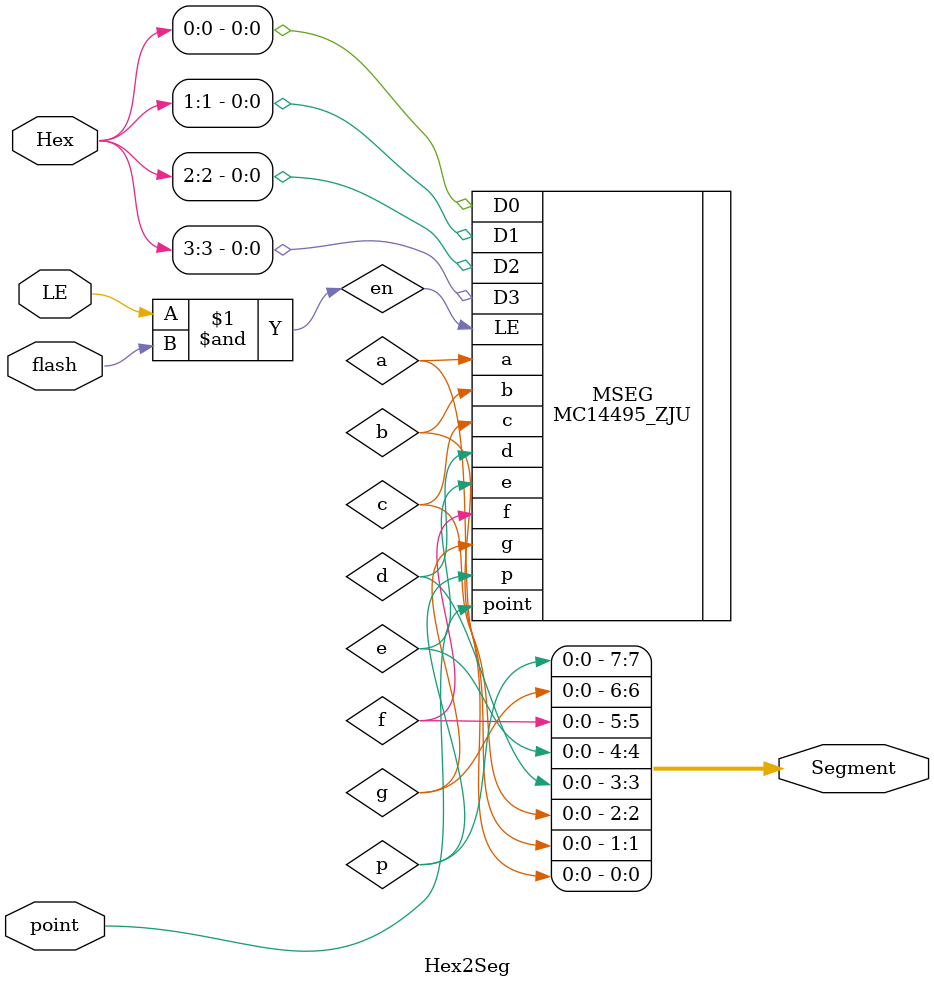
<source format=v>
`timescale 1ns / 1ps
module  HexTo8SEG(input [31:0] Hexs,		//¶Ë¿Ú±äÁ¿ËµÃ÷Óë¶¨ÒåºÏ²¢
//						input [2:0] Scan,
						input [7:0] points,
						input [7:0] LES,
						input flash,
						output[63:0] SEG_TXT
						);

	Hex2Seg HTS0(Hexs[31:28],LES[7],points[7],flash,SEG_TXT[63:56]);  
	Hex2Seg HTS1(Hexs[27:24],LES[6],points[6],flash,SEG_TXT[55:48]); 
	Hex2Seg HTS2(Hexs[23:20],LES[5],points[5],flash,SEG_TXT[47:40]);  
	Hex2Seg HTS3(Hexs[19:16],LES[4],points[4],flash,SEG_TXT[39:32]);
			  
	Hex2Seg HTS4(Hexs[15:12],LES[3],points[3],flash,SEG_TXT[31:24]);
	Hex2Seg HTS5(Hexs[11:8], LES[2],points[2],flash,SEG_TXT[23:16]);
	Hex2Seg HTS6(Hexs[7:4],  LES[1],points[1],flash,SEG_TXT[15:8]);
	Hex2Seg HTS7(Hexs[3:0],  LES[0],points[0],flash,SEG_TXT[7:0]);

endmodule

module	 Hex2Seg(input[3:0]Hex,
						input LE,
						input point, 
						input flash,
						output[7:0]Segment
						);
		wire en = LE & flash;	
		MC14495_ZJU  MSEG(.D3(Hex[3]),.D2(Hex[2]),.D1(Hex[1]),.D0(Hex[0]),.LE(en),.point(point),
								.a(a),.b(b),.c(c),.d(d),.e(e),.f(f),.g(g),.p(p));
		assign Segment = {p,g,f,e,d,c,b,a};	//a,b,c,d,e,f,g,p
endmodule

/*   always @* begin		      				//ÐÅºÅ±ä»¯´¥·¢ (×éºÏµçÂ·²»ÓÃÊ±ÖÓ´¥·¢)
		case (Scan)									//Í¬²½Êä³ö
	        3'b000: begin Hexo = Hexs[31:28]; SEG_TXT[7:0]   = Segment; 
								 point <= points[7]; LE <= LES[7];	  end		//Í¬²½Êä³ö
	        3'b001: begin Hexo = Hexs[27:24]; SEG_TXT[15:8]  = Segment; 
								 point <= points[6]; LE <= LES[6];	  end		//Í¬²½Êä³ö
	        3'b010: begin Hexo = Hexs[23:20]; SEG_TXT[23:16] = Segment;
								 point <= points[5]; LE <= LES[5];	  end		//Í¬²½Êä³ö
	        3'b011: begin Hexo = Hexs[19:16]; SEG_TXT[31:24] = Segment; 
								 point <= points[4];  LE <= LES[4];	  end		//Í¬²½Êä³ö
			  
	        3'b100: begin Hexo = Hexs[15:12]; SEG_TXT[39:32] = Segment; 
								 point <= points[3]; LE <= LES[3];	  end		//Í¬²½Êä³ö
	        3'b101: begin Hexo = Hexs[11:8];  SEG_TXT[47:40] = Segment; 
								 point <= points[2]; LE <= LES[2];	  end		//Í¬²½Êä³ö
	        3'b110: begin Hexo = Hexs[7:4];   SEG_TXT[55:48] = Segment; 
								 point <= points[1]; LE <= LES[1];	  end		//Í¬²½Êä³ö
	        3'b111: begin Hexo = Hexs[3:0];   SEG_TXT[63:56] = Segment; 
								 point <= points[0]; LE <= LES[0];	  end		//Í¬²½Êä³ö
		endcase
				
   end
*/

</source>
